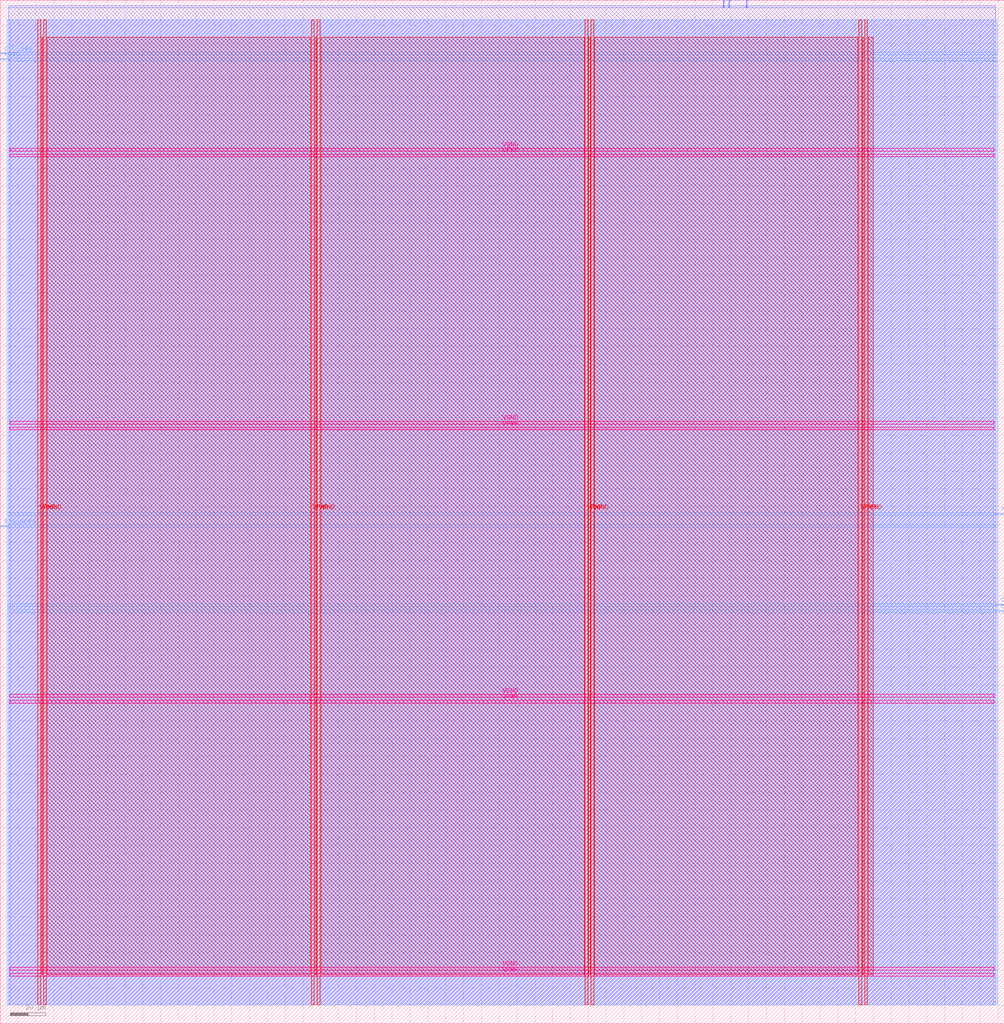
<source format=lef>
VERSION 5.7 ;
  NOWIREEXTENSIONATPIN ON ;
  DIVIDERCHAR "/" ;
  BUSBITCHARS "[]" ;
MACRO fpga_wrapper
  CLASS BLOCK ;
  FOREIGN fpga_wrapper ;
  ORIGIN 0.000 0.000 ;
  SIZE 563.495 BY 574.215 ;
  PIN VGND
    DIRECTION INOUT ;
    USE GROUND ;
    PORT
      LAYER met4 ;
        RECT 24.340 10.640 25.940 563.280 ;
    END
    PORT
      LAYER met4 ;
        RECT 177.940 10.640 179.540 563.280 ;
    END
    PORT
      LAYER met4 ;
        RECT 331.540 10.640 333.140 563.280 ;
    END
    PORT
      LAYER met4 ;
        RECT 485.140 10.640 486.740 563.280 ;
    END
    PORT
      LAYER met5 ;
        RECT 5.280 30.030 557.760 31.630 ;
    END
    PORT
      LAYER met5 ;
        RECT 5.280 183.210 557.760 184.810 ;
    END
    PORT
      LAYER met5 ;
        RECT 5.280 336.390 557.760 337.990 ;
    END
    PORT
      LAYER met5 ;
        RECT 5.280 489.570 557.760 491.170 ;
    END
  END VGND
  PIN VPWR
    DIRECTION INOUT ;
    USE POWER ;
    PORT
      LAYER met4 ;
        RECT 21.040 10.640 22.640 563.280 ;
    END
    PORT
      LAYER met4 ;
        RECT 174.640 10.640 176.240 563.280 ;
    END
    PORT
      LAYER met4 ;
        RECT 328.240 10.640 329.840 563.280 ;
    END
    PORT
      LAYER met4 ;
        RECT 481.840 10.640 483.440 563.280 ;
    END
    PORT
      LAYER met5 ;
        RECT 5.280 26.730 557.760 28.330 ;
    END
    PORT
      LAYER met5 ;
        RECT 5.280 179.910 557.760 181.510 ;
    END
    PORT
      LAYER met5 ;
        RECT 5.280 333.090 557.760 334.690 ;
    END
    PORT
      LAYER met5 ;
        RECT 5.280 486.270 557.760 487.870 ;
    END
  END VPWR
  PIN clk_mosi
    DIRECTION INPUT ;
    USE SIGNAL ;
    ANTENNAGATEAREA 0.852000 ;
    PORT
      LAYER met3 ;
        RECT 559.495 231.240 563.495 231.840 ;
    END
  END clk_mosi
  PIN clk_sys
    DIRECTION INPUT ;
    USE SIGNAL ;
    ANTENNAGATEAREA 0.852000 ;
    PORT
      LAYER met3 ;
        RECT 0.000 544.040 4.000 544.640 ;
    END
  END clk_sys
  PIN cs
    DIRECTION INPUT ;
    USE SIGNAL ;
    ANTENNAGATEAREA 0.213000 ;
    PORT
      LAYER met3 ;
        RECT 559.495 234.640 563.495 235.240 ;
    END
  END cs
  PIN pwmA
    DIRECTION OUTPUT ;
    USE SIGNAL ;
    ANTENNADIFFAREA 0.795200 ;
    PORT
      LAYER met2 ;
        RECT 418.690 570.215 418.970 574.215 ;
    END
  END pwmA
  PIN pwmB
    DIRECTION OUTPUT ;
    USE SIGNAL ;
    ANTENNADIFFAREA 0.795200 ;
    PORT
      LAYER met2 ;
        RECT 405.810 570.215 406.090 574.215 ;
    END
  END pwmB
  PIN pwmC
    DIRECTION OUTPUT ;
    USE SIGNAL ;
    ANTENNADIFFAREA 0.795200 ;
    PORT
      LAYER met2 ;
        RECT 409.030 570.215 409.310 574.215 ;
    END
  END pwmC
  PIN ready
    DIRECTION OUTPUT ;
    USE SIGNAL ;
    ANTENNADIFFAREA 0.445500 ;
    PORT
      LAYER met3 ;
        RECT 559.495 285.640 563.495 286.240 ;
    END
  END ready
  PIN rstb
    DIRECTION INPUT ;
    USE SIGNAL ;
    ANTENNAGATEAREA 0.213000 ;
    PORT
      LAYER met3 ;
        RECT 0.000 540.640 4.000 541.240 ;
    END
  END rstb
  PIN spi_mosi
    DIRECTION INPUT ;
    USE SIGNAL ;
    ANTENNAGATEAREA 0.213000 ;
    PORT
      LAYER met3 ;
        RECT 0.000 278.840 4.000 279.440 ;
    END
  END spi_mosi
  OBS
      LAYER li1 ;
        RECT 5.520 10.795 557.520 563.125 ;
      LAYER met1 ;
        RECT 4.670 10.640 558.830 563.280 ;
      LAYER met2 ;
        RECT 4.690 569.935 405.530 570.930 ;
        RECT 406.370 569.935 408.750 570.930 ;
        RECT 409.590 569.935 418.410 570.930 ;
        RECT 419.250 569.935 558.810 570.930 ;
        RECT 4.690 10.695 558.810 569.935 ;
      LAYER met3 ;
        RECT 4.000 545.040 559.495 563.205 ;
        RECT 4.400 543.640 559.495 545.040 ;
        RECT 4.000 541.640 559.495 543.640 ;
        RECT 4.400 540.240 559.495 541.640 ;
        RECT 4.000 286.640 559.495 540.240 ;
        RECT 4.000 285.240 559.095 286.640 ;
        RECT 4.000 279.840 559.495 285.240 ;
        RECT 4.400 278.440 559.495 279.840 ;
        RECT 4.000 235.640 559.495 278.440 ;
        RECT 4.000 234.240 559.095 235.640 ;
        RECT 4.000 232.240 559.495 234.240 ;
        RECT 4.000 230.840 559.095 232.240 ;
        RECT 4.000 10.715 559.495 230.840 ;
      LAYER met4 ;
        RECT 23.295 27.375 23.940 553.345 ;
        RECT 26.340 27.375 174.240 553.345 ;
        RECT 176.640 27.375 177.540 553.345 ;
        RECT 179.940 27.375 327.840 553.345 ;
        RECT 330.240 27.375 331.140 553.345 ;
        RECT 333.540 27.375 481.440 553.345 ;
        RECT 483.840 27.375 484.740 553.345 ;
        RECT 487.140 27.375 490.065 553.345 ;
  END
END fpga_wrapper
END LIBRARY


</source>
